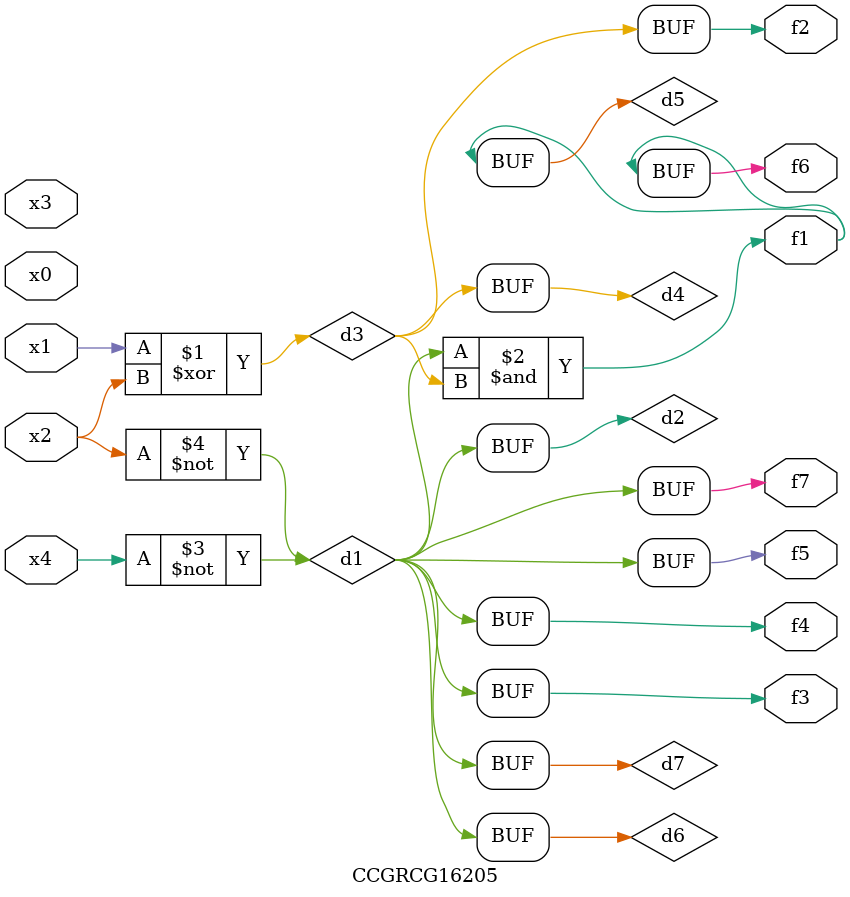
<source format=v>
module CCGRCG16205(
	input x0, x1, x2, x3, x4,
	output f1, f2, f3, f4, f5, f6, f7
);

	wire d1, d2, d3, d4, d5, d6, d7;

	not (d1, x4);
	not (d2, x2);
	xor (d3, x1, x2);
	buf (d4, d3);
	and (d5, d1, d3);
	buf (d6, d1, d2);
	buf (d7, d2);
	assign f1 = d5;
	assign f2 = d4;
	assign f3 = d7;
	assign f4 = d7;
	assign f5 = d7;
	assign f6 = d5;
	assign f7 = d7;
endmodule

</source>
